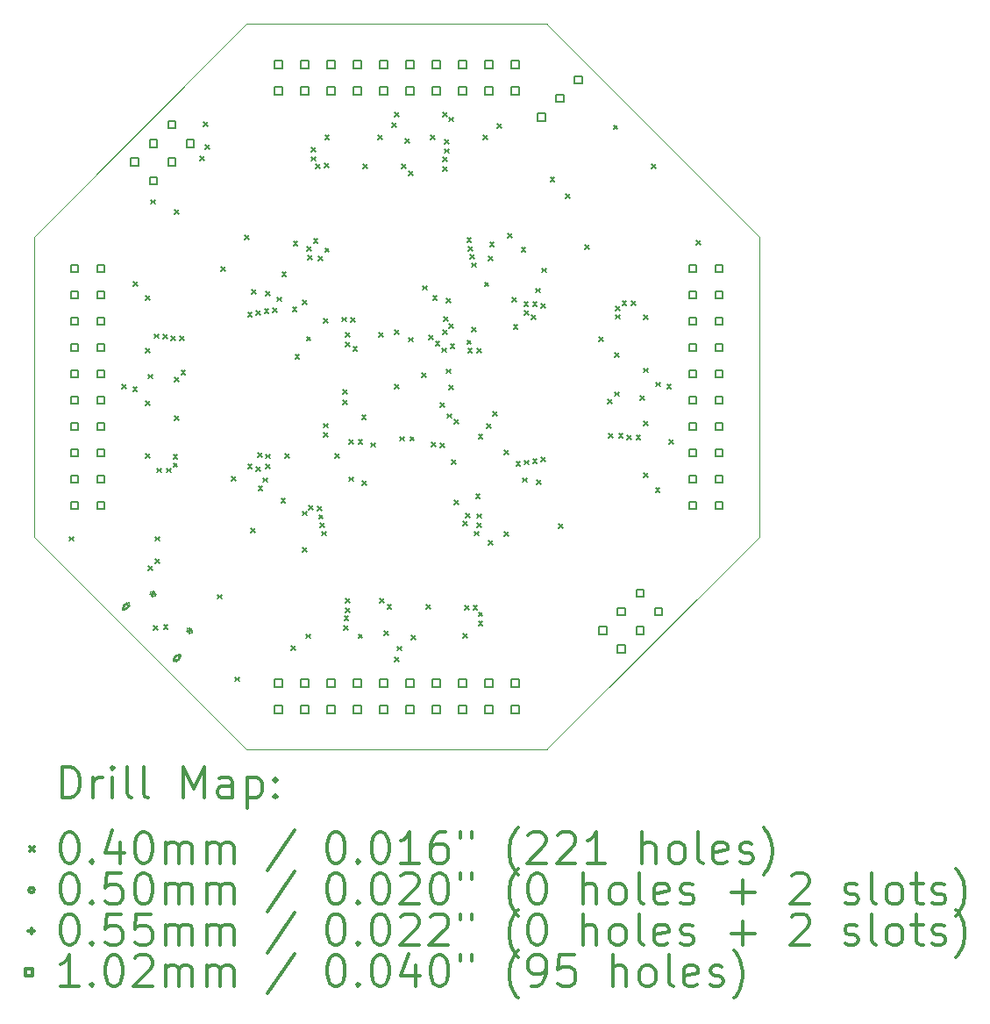
<source format=gbr>
%FSLAX45Y45*%
G04 Gerber Fmt 4.5, Leading zero omitted, Abs format (unit mm)*
G04 Created by KiCad (PCBNEW 4.0.6-e0-6349~53~ubuntu14.04.1) date Fri Mar 31 13:47:01 2017*
%MOMM*%
%LPD*%
G01*
G04 APERTURE LIST*
%ADD10C,0.127000*%
%ADD11C,0.001000*%
%ADD12C,0.200000*%
%ADD13C,0.300000*%
G04 APERTURE END LIST*
D10*
D11*
X-1449746Y3499746D02*
X-3499746Y1449746D01*
X1450000Y3499746D02*
X-1450000Y3499746D01*
X1449746Y-3499746D02*
X3499746Y-1449746D01*
X-1450000Y-3499746D02*
X1450000Y-3499746D01*
X-3499746Y-1449746D02*
X-1449746Y-3499746D01*
X-3499746Y1450000D02*
X-3499746Y-1450000D01*
X3499746Y1449746D02*
X1449746Y3499746D01*
X3499746Y-1450000D02*
X3499746Y1450000D01*
D12*
X-3160000Y-1445000D02*
X-3120000Y-1485000D01*
X-3120000Y-1445000D02*
X-3160000Y-1485000D01*
X-2650000Y20000D02*
X-2610000Y-20000D01*
X-2610000Y20000D02*
X-2650000Y-20000D01*
X-2545000Y-5000D02*
X-2505000Y-45000D01*
X-2505000Y-5000D02*
X-2545000Y-45000D01*
X-2540000Y1015000D02*
X-2500000Y975000D01*
X-2500000Y1015000D02*
X-2540000Y975000D01*
X-2425000Y875000D02*
X-2385000Y835000D01*
X-2385000Y875000D02*
X-2425000Y835000D01*
X-2425000Y370000D02*
X-2385000Y330000D01*
X-2385000Y370000D02*
X-2425000Y330000D01*
X-2425000Y-140000D02*
X-2385000Y-180000D01*
X-2385000Y-140000D02*
X-2425000Y-180000D01*
X-2420000Y-645000D02*
X-2380000Y-685000D01*
X-2380000Y-645000D02*
X-2420000Y-685000D01*
X-2395000Y120000D02*
X-2355000Y80000D01*
X-2355000Y120000D02*
X-2395000Y80000D01*
X-2395000Y-1730000D02*
X-2355000Y-1770000D01*
X-2355000Y-1730000D02*
X-2395000Y-1770000D01*
X-2370000Y1805000D02*
X-2330000Y1765000D01*
X-2330000Y1805000D02*
X-2370000Y1765000D01*
X-2345000Y-2305000D02*
X-2305000Y-2345000D01*
X-2305000Y-2305000D02*
X-2345000Y-2345000D01*
X-2335000Y510000D02*
X-2295000Y470000D01*
X-2295000Y510000D02*
X-2335000Y470000D01*
X-2330000Y-1445000D02*
X-2290000Y-1485000D01*
X-2290000Y-1445000D02*
X-2330000Y-1485000D01*
X-2330000Y-1665000D02*
X-2290000Y-1705000D01*
X-2290000Y-1665000D02*
X-2330000Y-1705000D01*
X-2310000Y-785000D02*
X-2270000Y-825000D01*
X-2270000Y-785000D02*
X-2310000Y-825000D01*
X-2255000Y505000D02*
X-2215000Y465000D01*
X-2215000Y505000D02*
X-2255000Y465000D01*
X-2250000Y-2300000D02*
X-2210000Y-2340000D01*
X-2210000Y-2300000D02*
X-2250000Y-2340000D01*
X-2220000Y-785000D02*
X-2180000Y-825000D01*
X-2180000Y-785000D02*
X-2220000Y-825000D01*
X-2175000Y490000D02*
X-2135000Y450000D01*
X-2135000Y490000D02*
X-2175000Y450000D01*
X-2155000Y-655000D02*
X-2115000Y-695000D01*
X-2115000Y-655000D02*
X-2155000Y-695000D01*
X-2155000Y-735000D02*
X-2115000Y-775000D01*
X-2115000Y-735000D02*
X-2155000Y-775000D01*
X-2145000Y1705000D02*
X-2105000Y1665000D01*
X-2105000Y1705000D02*
X-2145000Y1665000D01*
X-2145000Y90000D02*
X-2105000Y50000D01*
X-2105000Y90000D02*
X-2145000Y50000D01*
X-2145000Y-285000D02*
X-2105000Y-325000D01*
X-2105000Y-285000D02*
X-2145000Y-325000D01*
X-2090000Y490000D02*
X-2050000Y450000D01*
X-2050000Y490000D02*
X-2090000Y450000D01*
X-2080000Y160000D02*
X-2040000Y120000D01*
X-2040000Y160000D02*
X-2080000Y120000D01*
X-1895000Y2225000D02*
X-1855000Y2185000D01*
X-1855000Y2225000D02*
X-1895000Y2185000D01*
X-1865000Y2555000D02*
X-1825000Y2515000D01*
X-1825000Y2555000D02*
X-1865000Y2515000D01*
X-1845000Y2335000D02*
X-1805000Y2295000D01*
X-1805000Y2335000D02*
X-1845000Y2295000D01*
X-1730000Y-2005000D02*
X-1690000Y-2045000D01*
X-1690000Y-2005000D02*
X-1730000Y-2045000D01*
X-1695000Y1160000D02*
X-1655000Y1120000D01*
X-1655000Y1160000D02*
X-1695000Y1120000D01*
X-1595000Y-865000D02*
X-1555000Y-905000D01*
X-1555000Y-865000D02*
X-1595000Y-905000D01*
X-1560000Y-2800000D02*
X-1520000Y-2840000D01*
X-1520000Y-2800000D02*
X-1560000Y-2840000D01*
X-1465000Y1465000D02*
X-1425000Y1425000D01*
X-1425000Y1465000D02*
X-1465000Y1425000D01*
X-1435000Y720000D02*
X-1395000Y680000D01*
X-1395000Y720000D02*
X-1435000Y680000D01*
X-1435000Y-750000D02*
X-1395000Y-790000D01*
X-1395000Y-750000D02*
X-1435000Y-790000D01*
X-1405000Y-1365000D02*
X-1365000Y-1405000D01*
X-1365000Y-1365000D02*
X-1405000Y-1405000D01*
X-1395000Y940000D02*
X-1355000Y900000D01*
X-1355000Y940000D02*
X-1395000Y900000D01*
X-1355000Y735000D02*
X-1315000Y695000D01*
X-1315000Y735000D02*
X-1355000Y695000D01*
X-1355000Y-770000D02*
X-1315000Y-810000D01*
X-1315000Y-770000D02*
X-1355000Y-810000D01*
X-1340000Y-640000D02*
X-1300000Y-680000D01*
X-1300000Y-640000D02*
X-1340000Y-680000D01*
X-1335000Y-960000D02*
X-1295000Y-1000000D01*
X-1295000Y-960000D02*
X-1335000Y-1000000D01*
X-1285000Y-880000D02*
X-1245000Y-920000D01*
X-1245000Y-880000D02*
X-1285000Y-920000D01*
X-1275000Y750000D02*
X-1235000Y710000D01*
X-1235000Y750000D02*
X-1275000Y710000D01*
X-1265000Y920000D02*
X-1225000Y880000D01*
X-1225000Y920000D02*
X-1265000Y880000D01*
X-1265000Y-750000D02*
X-1225000Y-790000D01*
X-1225000Y-750000D02*
X-1265000Y-790000D01*
X-1260000Y-650000D02*
X-1220000Y-690000D01*
X-1220000Y-650000D02*
X-1260000Y-690000D01*
X-1195000Y760000D02*
X-1155000Y720000D01*
X-1155000Y760000D02*
X-1195000Y720000D01*
X-1150000Y865000D02*
X-1110000Y825000D01*
X-1110000Y865000D02*
X-1150000Y825000D01*
X-1115000Y-1075000D02*
X-1075000Y-1115000D01*
X-1075000Y-1075000D02*
X-1115000Y-1115000D01*
X-1105000Y1105000D02*
X-1065000Y1065000D01*
X-1065000Y1105000D02*
X-1105000Y1065000D01*
X-1075000Y-645000D02*
X-1035000Y-685000D01*
X-1035000Y-645000D02*
X-1075000Y-685000D01*
X-1015000Y-2500000D02*
X-975000Y-2540000D01*
X-975000Y-2500000D02*
X-1015000Y-2540000D01*
X-1005000Y765000D02*
X-965000Y725000D01*
X-965000Y765000D02*
X-1005000Y725000D01*
X-995000Y1405000D02*
X-955000Y1365000D01*
X-955000Y1405000D02*
X-995000Y1365000D01*
X-980000Y310000D02*
X-940000Y270000D01*
X-940000Y310000D02*
X-980000Y270000D01*
X-910000Y-1200000D02*
X-870000Y-1240000D01*
X-870000Y-1200000D02*
X-910000Y-1240000D01*
X-905000Y835000D02*
X-865000Y795000D01*
X-865000Y835000D02*
X-905000Y795000D01*
X-905000Y-1555000D02*
X-865000Y-1595000D01*
X-865000Y-1555000D02*
X-905000Y-1595000D01*
X-875000Y-2385000D02*
X-835000Y-2425000D01*
X-835000Y-2385000D02*
X-875000Y-2425000D01*
X-870000Y485000D02*
X-830000Y445000D01*
X-830000Y485000D02*
X-870000Y445000D01*
X-865000Y1350000D02*
X-825000Y1310000D01*
X-825000Y1350000D02*
X-865000Y1310000D01*
X-855000Y1265000D02*
X-815000Y1225000D01*
X-815000Y1265000D02*
X-855000Y1225000D01*
X-845000Y-1145000D02*
X-805000Y-1185000D01*
X-805000Y-1145000D02*
X-845000Y-1185000D01*
X-825000Y2310000D02*
X-785000Y2270000D01*
X-785000Y2310000D02*
X-825000Y2270000D01*
X-825000Y2220000D02*
X-785000Y2180000D01*
X-785000Y2220000D02*
X-825000Y2180000D01*
X-800000Y1430000D02*
X-760000Y1390000D01*
X-760000Y1430000D02*
X-800000Y1390000D01*
X-780000Y2150000D02*
X-740000Y2110000D01*
X-740000Y2150000D02*
X-780000Y2110000D01*
X-765000Y-1155000D02*
X-725000Y-1195000D01*
X-725000Y-1155000D02*
X-765000Y-1195000D01*
X-755000Y1260000D02*
X-715000Y1220000D01*
X-715000Y1260000D02*
X-755000Y1220000D01*
X-750000Y-1235000D02*
X-710000Y-1275000D01*
X-710000Y-1235000D02*
X-750000Y-1275000D01*
X-735000Y-1315000D02*
X-695000Y-1355000D01*
X-695000Y-1315000D02*
X-735000Y-1355000D01*
X-720000Y-1395000D02*
X-680000Y-1435000D01*
X-680000Y-1395000D02*
X-720000Y-1435000D01*
X-705000Y660000D02*
X-665000Y620000D01*
X-665000Y660000D02*
X-705000Y620000D01*
X-705000Y-355000D02*
X-665000Y-395000D01*
X-665000Y-355000D02*
X-705000Y-395000D01*
X-705000Y-445000D02*
X-665000Y-485000D01*
X-665000Y-445000D02*
X-705000Y-485000D01*
X-695000Y2155000D02*
X-655000Y2115000D01*
X-655000Y2155000D02*
X-695000Y2115000D01*
X-690000Y2425000D02*
X-650000Y2385000D01*
X-650000Y2425000D02*
X-690000Y2385000D01*
X-690000Y1340000D02*
X-650000Y1300000D01*
X-650000Y1340000D02*
X-690000Y1300000D01*
X-595000Y-645000D02*
X-555000Y-685000D01*
X-555000Y-645000D02*
X-595000Y-685000D01*
X-525000Y670000D02*
X-485000Y630000D01*
X-485000Y670000D02*
X-525000Y630000D01*
X-520000Y-30000D02*
X-480000Y-70000D01*
X-480000Y-30000D02*
X-520000Y-70000D01*
X-520000Y-130000D02*
X-480000Y-170000D01*
X-480000Y-130000D02*
X-520000Y-170000D01*
X-510000Y-2305000D02*
X-470000Y-2345000D01*
X-470000Y-2305000D02*
X-510000Y-2345000D01*
X-505000Y-2215000D02*
X-465000Y-2255000D01*
X-465000Y-2215000D02*
X-505000Y-2255000D01*
X-495000Y430000D02*
X-455000Y390000D01*
X-455000Y430000D02*
X-495000Y390000D01*
X-490000Y525000D02*
X-450000Y485000D01*
X-450000Y525000D02*
X-490000Y485000D01*
X-490000Y-2045000D02*
X-450000Y-2085000D01*
X-450000Y-2045000D02*
X-490000Y-2085000D01*
X-490000Y-2135000D02*
X-450000Y-2175000D01*
X-450000Y-2135000D02*
X-490000Y-2175000D01*
X-460000Y-510000D02*
X-420000Y-550000D01*
X-420000Y-510000D02*
X-460000Y-550000D01*
X-460000Y-870000D02*
X-420000Y-910000D01*
X-420000Y-870000D02*
X-460000Y-910000D01*
X-440000Y665000D02*
X-400000Y625000D01*
X-400000Y665000D02*
X-440000Y625000D01*
X-420000Y385000D02*
X-380000Y345000D01*
X-380000Y385000D02*
X-420000Y345000D01*
X-370000Y-510000D02*
X-330000Y-550000D01*
X-330000Y-510000D02*
X-370000Y-550000D01*
X-370000Y-2385000D02*
X-330000Y-2425000D01*
X-330000Y-2385000D02*
X-370000Y-2425000D01*
X-335000Y-275000D02*
X-295000Y-315000D01*
X-295000Y-275000D02*
X-335000Y-315000D01*
X-330000Y-910000D02*
X-290000Y-950000D01*
X-290000Y-910000D02*
X-330000Y-950000D01*
X-325000Y2145000D02*
X-285000Y2105000D01*
X-285000Y2145000D02*
X-325000Y2105000D01*
X-245000Y-540000D02*
X-205000Y-580000D01*
X-205000Y-540000D02*
X-245000Y-580000D01*
X-180000Y2425000D02*
X-140000Y2385000D01*
X-140000Y2425000D02*
X-180000Y2385000D01*
X-170000Y520000D02*
X-130000Y480000D01*
X-130000Y520000D02*
X-170000Y480000D01*
X-160000Y-2040000D02*
X-120000Y-2080000D01*
X-120000Y-2040000D02*
X-160000Y-2080000D01*
X-120000Y-2355000D02*
X-80000Y-2395000D01*
X-80000Y-2355000D02*
X-120000Y-2395000D01*
X-90000Y-2100000D02*
X-50000Y-2140000D01*
X-50000Y-2100000D02*
X-90000Y-2140000D01*
X-45000Y2545000D02*
X-5000Y2505000D01*
X-5000Y2545000D02*
X-45000Y2505000D01*
X-20000Y2650000D02*
X20000Y2610000D01*
X20000Y2650000D02*
X-20000Y2610000D01*
X-20000Y20000D02*
X20000Y-20000D01*
X20000Y20000D02*
X-20000Y-20000D01*
X-20000Y-2610000D02*
X20000Y-2650000D01*
X20000Y-2610000D02*
X-20000Y-2650000D01*
X-15000Y545000D02*
X25000Y505000D01*
X25000Y545000D02*
X-15000Y505000D01*
X5000Y-2505000D02*
X45000Y-2545000D01*
X45000Y-2505000D02*
X5000Y-2545000D01*
X30000Y-480000D02*
X70000Y-520000D01*
X70000Y-480000D02*
X30000Y-520000D01*
X50000Y2145000D02*
X90000Y2105000D01*
X90000Y2145000D02*
X50000Y2105000D01*
X85000Y2395000D02*
X125000Y2355000D01*
X125000Y2395000D02*
X85000Y2355000D01*
X115000Y475000D02*
X155000Y435000D01*
X155000Y475000D02*
X115000Y435000D01*
X120000Y2080000D02*
X160000Y2040000D01*
X160000Y2080000D02*
X120000Y2040000D01*
X130000Y-480000D02*
X170000Y-520000D01*
X170000Y-480000D02*
X130000Y-520000D01*
X140000Y-2400000D02*
X180000Y-2440000D01*
X180000Y-2400000D02*
X140000Y-2440000D01*
X245000Y135000D02*
X285000Y95000D01*
X285000Y135000D02*
X245000Y95000D01*
X255000Y975000D02*
X295000Y935000D01*
X295000Y975000D02*
X255000Y935000D01*
X285000Y-2105000D02*
X325000Y-2145000D01*
X325000Y-2105000D02*
X285000Y-2145000D01*
X315000Y495000D02*
X355000Y455000D01*
X355000Y495000D02*
X315000Y455000D01*
X330000Y2425000D02*
X370000Y2385000D01*
X370000Y2425000D02*
X330000Y2385000D01*
X335000Y-535000D02*
X375000Y-575000D01*
X375000Y-535000D02*
X335000Y-575000D01*
X350000Y880000D02*
X390000Y840000D01*
X390000Y880000D02*
X350000Y840000D01*
X375000Y435000D02*
X415000Y395000D01*
X415000Y435000D02*
X375000Y395000D01*
X420000Y-545000D02*
X460000Y-585000D01*
X460000Y-545000D02*
X420000Y-585000D01*
X425000Y-155000D02*
X465000Y-195000D01*
X465000Y-155000D02*
X425000Y-195000D01*
X440000Y375000D02*
X480000Y335000D01*
X480000Y375000D02*
X440000Y335000D01*
X445000Y2650000D02*
X485000Y2610000D01*
X485000Y2650000D02*
X445000Y2610000D01*
X450000Y2215000D02*
X490000Y2175000D01*
X490000Y2215000D02*
X450000Y2175000D01*
X450000Y2125000D02*
X490000Y2085000D01*
X490000Y2125000D02*
X450000Y2085000D01*
X450000Y545000D02*
X490000Y505000D01*
X490000Y545000D02*
X450000Y505000D01*
X455000Y675000D02*
X495000Y635000D01*
X495000Y675000D02*
X455000Y635000D01*
X465000Y2385000D02*
X505000Y2345000D01*
X505000Y2385000D02*
X465000Y2345000D01*
X465000Y2295000D02*
X505000Y2255000D01*
X505000Y2295000D02*
X465000Y2255000D01*
X480000Y850000D02*
X520000Y810000D01*
X520000Y850000D02*
X480000Y810000D01*
X480000Y170000D02*
X520000Y130000D01*
X520000Y170000D02*
X480000Y130000D01*
X490000Y-260000D02*
X530000Y-300000D01*
X530000Y-260000D02*
X490000Y-300000D01*
X505000Y610000D02*
X545000Y570000D01*
X545000Y610000D02*
X505000Y570000D01*
X505000Y15000D02*
X545000Y-25000D01*
X545000Y15000D02*
X505000Y-25000D01*
X510000Y2600000D02*
X550000Y2560000D01*
X550000Y2600000D02*
X510000Y2560000D01*
X520000Y415000D02*
X560000Y375000D01*
X560000Y415000D02*
X520000Y375000D01*
X535000Y-705000D02*
X575000Y-745000D01*
X575000Y-705000D02*
X535000Y-745000D01*
X555000Y-315000D02*
X595000Y-355000D01*
X595000Y-315000D02*
X555000Y-355000D01*
X560000Y-1095000D02*
X600000Y-1135000D01*
X600000Y-1095000D02*
X560000Y-1135000D01*
X645000Y-1300000D02*
X685000Y-1340000D01*
X685000Y-1300000D02*
X645000Y-1340000D01*
X645000Y-2380000D02*
X685000Y-2420000D01*
X685000Y-2380000D02*
X645000Y-2420000D01*
X660000Y-2110000D02*
X700000Y-2150000D01*
X700000Y-2110000D02*
X660000Y-2150000D01*
X665000Y-1220000D02*
X705000Y-1260000D01*
X705000Y-1220000D02*
X665000Y-1260000D01*
X680000Y1435000D02*
X720000Y1395000D01*
X720000Y1435000D02*
X680000Y1395000D01*
X680000Y450000D02*
X720000Y410000D01*
X720000Y450000D02*
X680000Y410000D01*
X690000Y370000D02*
X730000Y330000D01*
X730000Y370000D02*
X690000Y330000D01*
X695000Y1355000D02*
X735000Y1315000D01*
X735000Y1355000D02*
X695000Y1315000D01*
X710000Y1275000D02*
X750000Y1235000D01*
X750000Y1275000D02*
X710000Y1235000D01*
X725000Y1195000D02*
X765000Y1155000D01*
X765000Y1195000D02*
X725000Y1155000D01*
X725000Y575000D02*
X765000Y535000D01*
X765000Y575000D02*
X725000Y535000D01*
X740000Y-2110000D02*
X780000Y-2150000D01*
X780000Y-2110000D02*
X740000Y-2150000D01*
X755000Y-1395000D02*
X795000Y-1435000D01*
X795000Y-1395000D02*
X755000Y-1435000D01*
X765000Y-1035000D02*
X805000Y-1075000D01*
X805000Y-1035000D02*
X765000Y-1075000D01*
X775000Y-1225000D02*
X815000Y-1265000D01*
X815000Y-1225000D02*
X775000Y-1265000D01*
X775000Y-1315000D02*
X815000Y-1355000D01*
X815000Y-1315000D02*
X775000Y-1355000D01*
X780000Y370000D02*
X820000Y330000D01*
X820000Y370000D02*
X780000Y330000D01*
X790000Y-460000D02*
X830000Y-500000D01*
X830000Y-460000D02*
X790000Y-500000D01*
X790000Y-2175000D02*
X830000Y-2215000D01*
X830000Y-2175000D02*
X790000Y-2215000D01*
X790000Y-2265000D02*
X830000Y-2305000D01*
X830000Y-2265000D02*
X790000Y-2305000D01*
X835000Y2425000D02*
X875000Y2385000D01*
X875000Y2425000D02*
X835000Y2385000D01*
X850000Y1010000D02*
X890000Y970000D01*
X890000Y1010000D02*
X850000Y970000D01*
X870000Y-360000D02*
X910000Y-400000D01*
X910000Y-360000D02*
X870000Y-400000D01*
X885000Y1260000D02*
X925000Y1220000D01*
X925000Y1260000D02*
X885000Y1220000D01*
X885000Y-1485000D02*
X925000Y-1525000D01*
X925000Y-1485000D02*
X885000Y-1525000D01*
X900000Y1395000D02*
X940000Y1355000D01*
X940000Y1395000D02*
X900000Y1355000D01*
X930000Y-240000D02*
X970000Y-280000D01*
X970000Y-240000D02*
X930000Y-280000D01*
X975000Y2535000D02*
X1015000Y2495000D01*
X1015000Y2535000D02*
X975000Y2495000D01*
X1040000Y-615000D02*
X1080000Y-655000D01*
X1080000Y-615000D02*
X1040000Y-655000D01*
X1040000Y-1400000D02*
X1080000Y-1440000D01*
X1080000Y-1400000D02*
X1040000Y-1440000D01*
X1075000Y1480000D02*
X1115000Y1440000D01*
X1115000Y1480000D02*
X1075000Y1440000D01*
X1115000Y860000D02*
X1155000Y820000D01*
X1155000Y860000D02*
X1115000Y820000D01*
X1130000Y600000D02*
X1170000Y560000D01*
X1170000Y600000D02*
X1130000Y560000D01*
X1155000Y-725000D02*
X1195000Y-765000D01*
X1195000Y-725000D02*
X1155000Y-765000D01*
X1205000Y1345000D02*
X1245000Y1305000D01*
X1245000Y1345000D02*
X1205000Y1305000D01*
X1220000Y-880000D02*
X1260000Y-920000D01*
X1260000Y-880000D02*
X1220000Y-920000D01*
X1230000Y820000D02*
X1270000Y780000D01*
X1270000Y820000D02*
X1230000Y780000D01*
X1235000Y735000D02*
X1275000Y695000D01*
X1275000Y735000D02*
X1235000Y695000D01*
X1235000Y-710000D02*
X1275000Y-750000D01*
X1275000Y-710000D02*
X1235000Y-750000D01*
X1300000Y690000D02*
X1340000Y650000D01*
X1340000Y690000D02*
X1300000Y650000D01*
X1315000Y820000D02*
X1355000Y780000D01*
X1355000Y820000D02*
X1315000Y780000D01*
X1315000Y-695000D02*
X1355000Y-735000D01*
X1355000Y-695000D02*
X1315000Y-735000D01*
X1345000Y950000D02*
X1385000Y910000D01*
X1385000Y950000D02*
X1345000Y910000D01*
X1355000Y-900000D02*
X1395000Y-940000D01*
X1395000Y-900000D02*
X1355000Y-940000D01*
X1395000Y800000D02*
X1435000Y760000D01*
X1435000Y800000D02*
X1395000Y760000D01*
X1395000Y-680000D02*
X1435000Y-720000D01*
X1435000Y-680000D02*
X1395000Y-720000D01*
X1405000Y1145000D02*
X1445000Y1105000D01*
X1445000Y1145000D02*
X1405000Y1105000D01*
X1485000Y2020000D02*
X1525000Y1980000D01*
X1525000Y2020000D02*
X1485000Y1980000D01*
X1565000Y-1325000D02*
X1605000Y-1365000D01*
X1605000Y-1325000D02*
X1565000Y-1365000D01*
X1630000Y1860000D02*
X1670000Y1820000D01*
X1670000Y1860000D02*
X1630000Y1820000D01*
X1820000Y1370000D02*
X1860000Y1330000D01*
X1860000Y1370000D02*
X1820000Y1330000D01*
X1955000Y480000D02*
X1995000Y440000D01*
X1995000Y480000D02*
X1955000Y440000D01*
X2040000Y-120000D02*
X2080000Y-160000D01*
X2080000Y-120000D02*
X2040000Y-160000D01*
X2050000Y-450000D02*
X2090000Y-490000D01*
X2090000Y-450000D02*
X2050000Y-490000D01*
X2095000Y2525000D02*
X2135000Y2485000D01*
X2135000Y2525000D02*
X2095000Y2485000D01*
X2105000Y325000D02*
X2145000Y285000D01*
X2145000Y325000D02*
X2105000Y285000D01*
X2105000Y-50000D02*
X2145000Y-90000D01*
X2145000Y-50000D02*
X2105000Y-90000D01*
X2115000Y775000D02*
X2155000Y735000D01*
X2155000Y775000D02*
X2115000Y735000D01*
X2115000Y695000D02*
X2155000Y655000D01*
X2155000Y695000D02*
X2115000Y655000D01*
X2145000Y-450000D02*
X2185000Y-490000D01*
X2185000Y-450000D02*
X2145000Y-490000D01*
X2180000Y825000D02*
X2220000Y785000D01*
X2220000Y825000D02*
X2180000Y785000D01*
X2225000Y-470000D02*
X2265000Y-510000D01*
X2265000Y-470000D02*
X2225000Y-510000D01*
X2270000Y825000D02*
X2310000Y785000D01*
X2310000Y825000D02*
X2270000Y785000D01*
X2315000Y-470000D02*
X2355000Y-510000D01*
X2355000Y-470000D02*
X2315000Y-510000D01*
X2355000Y-85000D02*
X2395000Y-125000D01*
X2395000Y-85000D02*
X2355000Y-125000D01*
X2385000Y690000D02*
X2425000Y650000D01*
X2425000Y690000D02*
X2385000Y650000D01*
X2385000Y180000D02*
X2425000Y140000D01*
X2425000Y180000D02*
X2385000Y140000D01*
X2385000Y-330000D02*
X2425000Y-370000D01*
X2425000Y-330000D02*
X2385000Y-370000D01*
X2385000Y-835000D02*
X2425000Y-875000D01*
X2425000Y-835000D02*
X2385000Y-875000D01*
X2460000Y2150000D02*
X2500000Y2110000D01*
X2500000Y2150000D02*
X2460000Y2110000D01*
X2500000Y-975000D02*
X2540000Y-1015000D01*
X2540000Y-975000D02*
X2500000Y-1015000D01*
X2505000Y45000D02*
X2545000Y5000D01*
X2545000Y45000D02*
X2505000Y5000D01*
X2610000Y20000D02*
X2650000Y-20000D01*
X2650000Y20000D02*
X2610000Y-20000D01*
X2630000Y-510000D02*
X2670000Y-550000D01*
X2670000Y-510000D02*
X2630000Y-550000D01*
X2895000Y1410000D02*
X2935000Y1370000D01*
X2935000Y1410000D02*
X2895000Y1370000D01*
X-2588854Y-2119007D02*
G75*
G03X-2588854Y-2119007I-25000J0D01*
G01*
X-2626229Y-2152594D02*
X-2580267Y-2106632D01*
X-2647442Y-2131381D02*
X-2601480Y-2085419D01*
X-2580267Y-2106632D02*
G75*
G03X-2601480Y-2085419I-10607J10607D01*
G01*
X-2647442Y-2131381D02*
G75*
G03X-2626229Y-2152594I10607J-10607D01*
G01*
X-2093880Y-2613982D02*
G75*
G03X-2093880Y-2613982I-25000J0D01*
G01*
X-2131254Y-2647569D02*
X-2085292Y-2601607D01*
X-2152467Y-2626356D02*
X-2106505Y-2580394D01*
X-2085292Y-2601607D02*
G75*
G03X-2106505Y-2580394I-10607J10607D01*
G01*
X-2152467Y-2626356D02*
G75*
G03X-2131254Y-2647569I10607J-10607D01*
G01*
X-2352225Y-1971299D02*
X-2352225Y-2026299D01*
X-2379725Y-1998799D02*
X-2324725Y-1998799D01*
X-2375206Y-2000566D02*
X-2353993Y-2021780D01*
X-2350457Y-1975818D02*
X-2329244Y-1997031D01*
X-2353993Y-2021780D02*
G75*
G03X-2329244Y-1997031I12374J12374D01*
G01*
X-2350457Y-1975818D02*
G75*
G03X-2375206Y-2000566I-12374J-12374D01*
G01*
X-1998671Y-2324852D02*
X-1998671Y-2379852D01*
X-2026171Y-2352352D02*
X-1971171Y-2352352D01*
X-2021652Y-2354120D02*
X-2000439Y-2375333D01*
X-1996904Y-2329371D02*
X-1975690Y-2350584D01*
X-2000439Y-2375333D02*
G75*
G03X-1975690Y-2350584I12374J12374D01*
G01*
X-1996904Y-2329371D02*
G75*
G03X-2021652Y-2354120I-12374J-12374D01*
G01*
X-3075579Y1107079D02*
X-3075579Y1178921D01*
X-3147421Y1178921D01*
X-3147421Y1107079D01*
X-3075579Y1107079D01*
X-3075579Y853079D02*
X-3075579Y924921D01*
X-3147421Y924921D01*
X-3147421Y853079D01*
X-3075579Y853079D01*
X-3075579Y599079D02*
X-3075579Y670921D01*
X-3147421Y670921D01*
X-3147421Y599079D01*
X-3075579Y599079D01*
X-3075579Y345079D02*
X-3075579Y416921D01*
X-3147421Y416921D01*
X-3147421Y345079D01*
X-3075579Y345079D01*
X-3075579Y91079D02*
X-3075579Y162921D01*
X-3147421Y162921D01*
X-3147421Y91079D01*
X-3075579Y91079D01*
X-3075579Y-162921D02*
X-3075579Y-91079D01*
X-3147421Y-91079D01*
X-3147421Y-162921D01*
X-3075579Y-162921D01*
X-3075579Y-416921D02*
X-3075579Y-345079D01*
X-3147421Y-345079D01*
X-3147421Y-416921D01*
X-3075579Y-416921D01*
X-3075579Y-670921D02*
X-3075579Y-599079D01*
X-3147421Y-599079D01*
X-3147421Y-670921D01*
X-3075579Y-670921D01*
X-3075579Y-924921D02*
X-3075579Y-853079D01*
X-3147421Y-853079D01*
X-3147421Y-924921D01*
X-3075579Y-924921D01*
X-3075579Y-1178921D02*
X-3075579Y-1107079D01*
X-3147421Y-1107079D01*
X-3147421Y-1178921D01*
X-3075579Y-1178921D01*
X-2821579Y1107079D02*
X-2821579Y1178921D01*
X-2893421Y1178921D01*
X-2893421Y1107079D01*
X-2821579Y1107079D01*
X-2821579Y853079D02*
X-2821579Y924921D01*
X-2893421Y924921D01*
X-2893421Y853079D01*
X-2821579Y853079D01*
X-2821579Y599079D02*
X-2821579Y670921D01*
X-2893421Y670921D01*
X-2893421Y599079D01*
X-2821579Y599079D01*
X-2821579Y345079D02*
X-2821579Y416921D01*
X-2893421Y416921D01*
X-2893421Y345079D01*
X-2821579Y345079D01*
X-2821579Y91079D02*
X-2821579Y162921D01*
X-2893421Y162921D01*
X-2893421Y91079D01*
X-2821579Y91079D01*
X-2821579Y-162921D02*
X-2821579Y-91079D01*
X-2893421Y-91079D01*
X-2893421Y-162921D01*
X-2821579Y-162921D01*
X-2821579Y-416921D02*
X-2821579Y-345079D01*
X-2893421Y-345079D01*
X-2893421Y-416921D01*
X-2821579Y-416921D01*
X-2821579Y-670921D02*
X-2821579Y-599079D01*
X-2893421Y-599079D01*
X-2893421Y-670921D01*
X-2821579Y-670921D01*
X-2821579Y-924921D02*
X-2821579Y-853079D01*
X-2893421Y-853079D01*
X-2893421Y-924921D01*
X-2821579Y-924921D01*
X-2821579Y-1178921D02*
X-2821579Y-1107079D01*
X-2893421Y-1107079D01*
X-2893421Y-1178921D01*
X-2821579Y-1178921D01*
X-2493079Y2134079D02*
X-2493079Y2205921D01*
X-2564921Y2205921D01*
X-2564921Y2134079D01*
X-2493079Y2134079D01*
X-2313474Y2313684D02*
X-2313474Y2385527D01*
X-2385316Y2385527D01*
X-2385316Y2313684D01*
X-2313474Y2313684D01*
X-2313474Y1954473D02*
X-2313474Y2026316D01*
X-2385316Y2026316D01*
X-2385316Y1954473D01*
X-2313474Y1954473D01*
X-2133868Y2493289D02*
X-2133868Y2565132D01*
X-2205711Y2565132D01*
X-2205711Y2493289D01*
X-2133868Y2493289D01*
X-2133868Y2134079D02*
X-2133868Y2205921D01*
X-2205711Y2205921D01*
X-2205711Y2134079D01*
X-2133868Y2134079D01*
X-1954263Y2313684D02*
X-1954263Y2385527D01*
X-2026106Y2385527D01*
X-2026106Y2313684D01*
X-1954263Y2313684D01*
X-1107079Y3075579D02*
X-1107079Y3147421D01*
X-1178921Y3147421D01*
X-1178921Y3075579D01*
X-1107079Y3075579D01*
X-1107079Y2821579D02*
X-1107079Y2893421D01*
X-1178921Y2893421D01*
X-1178921Y2821579D01*
X-1107079Y2821579D01*
X-1107079Y-2893421D02*
X-1107079Y-2821579D01*
X-1178921Y-2821579D01*
X-1178921Y-2893421D01*
X-1107079Y-2893421D01*
X-1107079Y-3147421D02*
X-1107079Y-3075579D01*
X-1178921Y-3075579D01*
X-1178921Y-3147421D01*
X-1107079Y-3147421D01*
X-853079Y3075579D02*
X-853079Y3147421D01*
X-924921Y3147421D01*
X-924921Y3075579D01*
X-853079Y3075579D01*
X-853079Y2821579D02*
X-853079Y2893421D01*
X-924921Y2893421D01*
X-924921Y2821579D01*
X-853079Y2821579D01*
X-853079Y-2893421D02*
X-853079Y-2821579D01*
X-924921Y-2821579D01*
X-924921Y-2893421D01*
X-853079Y-2893421D01*
X-853079Y-3147421D02*
X-853079Y-3075579D01*
X-924921Y-3075579D01*
X-924921Y-3147421D01*
X-853079Y-3147421D01*
X-599079Y3075579D02*
X-599079Y3147421D01*
X-670921Y3147421D01*
X-670921Y3075579D01*
X-599079Y3075579D01*
X-599079Y2821579D02*
X-599079Y2893421D01*
X-670921Y2893421D01*
X-670921Y2821579D01*
X-599079Y2821579D01*
X-599079Y-2893421D02*
X-599079Y-2821579D01*
X-670921Y-2821579D01*
X-670921Y-2893421D01*
X-599079Y-2893421D01*
X-599079Y-3147421D02*
X-599079Y-3075579D01*
X-670921Y-3075579D01*
X-670921Y-3147421D01*
X-599079Y-3147421D01*
X-345079Y3075579D02*
X-345079Y3147421D01*
X-416921Y3147421D01*
X-416921Y3075579D01*
X-345079Y3075579D01*
X-345079Y2821579D02*
X-345079Y2893421D01*
X-416921Y2893421D01*
X-416921Y2821579D01*
X-345079Y2821579D01*
X-345079Y-2893421D02*
X-345079Y-2821579D01*
X-416921Y-2821579D01*
X-416921Y-2893421D01*
X-345079Y-2893421D01*
X-345079Y-3147421D02*
X-345079Y-3075579D01*
X-416921Y-3075579D01*
X-416921Y-3147421D01*
X-345079Y-3147421D01*
X-91079Y3075579D02*
X-91079Y3147421D01*
X-162921Y3147421D01*
X-162921Y3075579D01*
X-91079Y3075579D01*
X-91079Y2821579D02*
X-91079Y2893421D01*
X-162921Y2893421D01*
X-162921Y2821579D01*
X-91079Y2821579D01*
X-91079Y-2893421D02*
X-91079Y-2821579D01*
X-162921Y-2821579D01*
X-162921Y-2893421D01*
X-91079Y-2893421D01*
X-91079Y-3147421D02*
X-91079Y-3075579D01*
X-162921Y-3075579D01*
X-162921Y-3147421D01*
X-91079Y-3147421D01*
X162921Y3075579D02*
X162921Y3147421D01*
X91079Y3147421D01*
X91079Y3075579D01*
X162921Y3075579D01*
X162921Y2821579D02*
X162921Y2893421D01*
X91079Y2893421D01*
X91079Y2821579D01*
X162921Y2821579D01*
X162921Y-2893421D02*
X162921Y-2821579D01*
X91079Y-2821579D01*
X91079Y-2893421D01*
X162921Y-2893421D01*
X162921Y-3147421D02*
X162921Y-3075579D01*
X91079Y-3075579D01*
X91079Y-3147421D01*
X162921Y-3147421D01*
X416921Y3075579D02*
X416921Y3147421D01*
X345079Y3147421D01*
X345079Y3075579D01*
X416921Y3075579D01*
X416921Y2821579D02*
X416921Y2893421D01*
X345079Y2893421D01*
X345079Y2821579D01*
X416921Y2821579D01*
X416921Y-2893421D02*
X416921Y-2821579D01*
X345079Y-2821579D01*
X345079Y-2893421D01*
X416921Y-2893421D01*
X416921Y-3147421D02*
X416921Y-3075579D01*
X345079Y-3075579D01*
X345079Y-3147421D01*
X416921Y-3147421D01*
X670921Y3075579D02*
X670921Y3147421D01*
X599079Y3147421D01*
X599079Y3075579D01*
X670921Y3075579D01*
X670921Y2821579D02*
X670921Y2893421D01*
X599079Y2893421D01*
X599079Y2821579D01*
X670921Y2821579D01*
X670921Y-2893421D02*
X670921Y-2821579D01*
X599079Y-2821579D01*
X599079Y-2893421D01*
X670921Y-2893421D01*
X670921Y-3147421D02*
X670921Y-3075579D01*
X599079Y-3075579D01*
X599079Y-3147421D01*
X670921Y-3147421D01*
X924921Y3075579D02*
X924921Y3147421D01*
X853079Y3147421D01*
X853079Y3075579D01*
X924921Y3075579D01*
X924921Y2821579D02*
X924921Y2893421D01*
X853079Y2893421D01*
X853079Y2821579D01*
X924921Y2821579D01*
X924921Y-2893421D02*
X924921Y-2821579D01*
X853079Y-2821579D01*
X853079Y-2893421D01*
X924921Y-2893421D01*
X924921Y-3147421D02*
X924921Y-3075579D01*
X853079Y-3075579D01*
X853079Y-3147421D01*
X924921Y-3147421D01*
X1178921Y3075579D02*
X1178921Y3147421D01*
X1107079Y3147421D01*
X1107079Y3075579D01*
X1178921Y3075579D01*
X1178921Y2821579D02*
X1178921Y2893421D01*
X1107079Y2893421D01*
X1107079Y2821579D01*
X1178921Y2821579D01*
X1178921Y-2893421D02*
X1178921Y-2821579D01*
X1107079Y-2821579D01*
X1107079Y-2893421D01*
X1178921Y-2893421D01*
X1178921Y-3147421D02*
X1178921Y-3075579D01*
X1107079Y-3075579D01*
X1107079Y-3147421D01*
X1178921Y-3147421D01*
X1432921Y2567579D02*
X1432921Y2639421D01*
X1361079Y2639421D01*
X1361079Y2567579D01*
X1432921Y2567579D01*
X1612526Y2747184D02*
X1612526Y2819026D01*
X1540684Y2819026D01*
X1540684Y2747184D01*
X1612526Y2747184D01*
X1792132Y2926789D02*
X1792132Y2998632D01*
X1720289Y2998632D01*
X1720289Y2926789D01*
X1792132Y2926789D01*
X2026106Y-2385527D02*
X2026106Y-2313684D01*
X1954263Y-2313684D01*
X1954263Y-2385527D01*
X2026106Y-2385527D01*
X2205711Y-2205921D02*
X2205711Y-2134079D01*
X2133868Y-2134079D01*
X2133868Y-2205921D01*
X2205711Y-2205921D01*
X2205711Y-2565132D02*
X2205711Y-2493289D01*
X2133868Y-2493289D01*
X2133868Y-2565132D01*
X2205711Y-2565132D01*
X2385316Y-2026316D02*
X2385316Y-1954473D01*
X2313474Y-1954473D01*
X2313474Y-2026316D01*
X2385316Y-2026316D01*
X2385316Y-2385527D02*
X2385316Y-2313684D01*
X2313474Y-2313684D01*
X2313474Y-2385527D01*
X2385316Y-2385527D01*
X2564921Y-2205921D02*
X2564921Y-2134079D01*
X2493079Y-2134079D01*
X2493079Y-2205921D01*
X2564921Y-2205921D01*
X2893421Y1107079D02*
X2893421Y1178921D01*
X2821579Y1178921D01*
X2821579Y1107079D01*
X2893421Y1107079D01*
X2893421Y853079D02*
X2893421Y924921D01*
X2821579Y924921D01*
X2821579Y853079D01*
X2893421Y853079D01*
X2893421Y599079D02*
X2893421Y670921D01*
X2821579Y670921D01*
X2821579Y599079D01*
X2893421Y599079D01*
X2893421Y345079D02*
X2893421Y416921D01*
X2821579Y416921D01*
X2821579Y345079D01*
X2893421Y345079D01*
X2893421Y91079D02*
X2893421Y162921D01*
X2821579Y162921D01*
X2821579Y91079D01*
X2893421Y91079D01*
X2893421Y-162921D02*
X2893421Y-91079D01*
X2821579Y-91079D01*
X2821579Y-162921D01*
X2893421Y-162921D01*
X2893421Y-416921D02*
X2893421Y-345079D01*
X2821579Y-345079D01*
X2821579Y-416921D01*
X2893421Y-416921D01*
X2893421Y-670921D02*
X2893421Y-599079D01*
X2821579Y-599079D01*
X2821579Y-670921D01*
X2893421Y-670921D01*
X2893421Y-924921D02*
X2893421Y-853079D01*
X2821579Y-853079D01*
X2821579Y-924921D01*
X2893421Y-924921D01*
X2893421Y-1178921D02*
X2893421Y-1107079D01*
X2821579Y-1107079D01*
X2821579Y-1178921D01*
X2893421Y-1178921D01*
X3147421Y1107079D02*
X3147421Y1178921D01*
X3075579Y1178921D01*
X3075579Y1107079D01*
X3147421Y1107079D01*
X3147421Y853079D02*
X3147421Y924921D01*
X3075579Y924921D01*
X3075579Y853079D01*
X3147421Y853079D01*
X3147421Y599079D02*
X3147421Y670921D01*
X3075579Y670921D01*
X3075579Y599079D01*
X3147421Y599079D01*
X3147421Y345079D02*
X3147421Y416921D01*
X3075579Y416921D01*
X3075579Y345079D01*
X3147421Y345079D01*
X3147421Y91079D02*
X3147421Y162921D01*
X3075579Y162921D01*
X3075579Y91079D01*
X3147421Y91079D01*
X3147421Y-162921D02*
X3147421Y-91079D01*
X3075579Y-91079D01*
X3075579Y-162921D01*
X3147421Y-162921D01*
X3147421Y-416921D02*
X3147421Y-345079D01*
X3075579Y-345079D01*
X3075579Y-416921D01*
X3147421Y-416921D01*
X3147421Y-670921D02*
X3147421Y-599079D01*
X3075579Y-599079D01*
X3075579Y-670921D01*
X3147421Y-670921D01*
X3147421Y-924921D02*
X3147421Y-853079D01*
X3075579Y-853079D01*
X3075579Y-924921D01*
X3147421Y-924921D01*
X3147421Y-1178921D02*
X3147421Y-1107079D01*
X3075579Y-1107079D01*
X3075579Y-1178921D01*
X3147421Y-1178921D01*
D13*
X-3228367Y-3965510D02*
X-3228367Y-3665510D01*
X-3156939Y-3665510D01*
X-3114082Y-3679796D01*
X-3085510Y-3708367D01*
X-3071225Y-3736939D01*
X-3056939Y-3794082D01*
X-3056939Y-3836939D01*
X-3071225Y-3894082D01*
X-3085510Y-3922653D01*
X-3114082Y-3951225D01*
X-3156939Y-3965510D01*
X-3228367Y-3965510D01*
X-2928367Y-3965510D02*
X-2928367Y-3765510D01*
X-2928367Y-3822653D02*
X-2914082Y-3794082D01*
X-2899796Y-3779796D01*
X-2871225Y-3765510D01*
X-2842653Y-3765510D01*
X-2742653Y-3965510D02*
X-2742653Y-3765510D01*
X-2742653Y-3665510D02*
X-2756939Y-3679796D01*
X-2742653Y-3694082D01*
X-2728368Y-3679796D01*
X-2742653Y-3665510D01*
X-2742653Y-3694082D01*
X-2556939Y-3965510D02*
X-2585510Y-3951225D01*
X-2599796Y-3922653D01*
X-2599796Y-3665510D01*
X-2399796Y-3965510D02*
X-2428368Y-3951225D01*
X-2442653Y-3922653D01*
X-2442653Y-3665510D01*
X-2056939Y-3965510D02*
X-2056939Y-3665510D01*
X-1956939Y-3879796D01*
X-1856939Y-3665510D01*
X-1856939Y-3965510D01*
X-1585510Y-3965510D02*
X-1585510Y-3808367D01*
X-1599796Y-3779796D01*
X-1628367Y-3765510D01*
X-1685510Y-3765510D01*
X-1714082Y-3779796D01*
X-1585510Y-3951225D02*
X-1614082Y-3965510D01*
X-1685510Y-3965510D01*
X-1714082Y-3951225D01*
X-1728367Y-3922653D01*
X-1728367Y-3894082D01*
X-1714082Y-3865510D01*
X-1685510Y-3851225D01*
X-1614082Y-3851225D01*
X-1585510Y-3836939D01*
X-1442653Y-3765510D02*
X-1442653Y-4065510D01*
X-1442653Y-3779796D02*
X-1414082Y-3765510D01*
X-1356939Y-3765510D01*
X-1328368Y-3779796D01*
X-1314082Y-3794082D01*
X-1299796Y-3822653D01*
X-1299796Y-3908367D01*
X-1314082Y-3936939D01*
X-1328368Y-3951225D01*
X-1356939Y-3965510D01*
X-1414082Y-3965510D01*
X-1442653Y-3951225D01*
X-1171225Y-3936939D02*
X-1156939Y-3951225D01*
X-1171225Y-3965510D01*
X-1185510Y-3951225D01*
X-1171225Y-3936939D01*
X-1171225Y-3965510D01*
X-1171225Y-3779796D02*
X-1156939Y-3794082D01*
X-1171225Y-3808367D01*
X-1185510Y-3794082D01*
X-1171225Y-3779796D01*
X-1171225Y-3808367D01*
X-3539796Y-4439796D02*
X-3499796Y-4479796D01*
X-3499796Y-4439796D02*
X-3539796Y-4479796D01*
X-3171225Y-4295510D02*
X-3142653Y-4295510D01*
X-3114082Y-4309796D01*
X-3099796Y-4324082D01*
X-3085510Y-4352653D01*
X-3071225Y-4409796D01*
X-3071225Y-4481225D01*
X-3085510Y-4538368D01*
X-3099796Y-4566939D01*
X-3114082Y-4581225D01*
X-3142653Y-4595510D01*
X-3171225Y-4595510D01*
X-3199796Y-4581225D01*
X-3214082Y-4566939D01*
X-3228367Y-4538368D01*
X-3242653Y-4481225D01*
X-3242653Y-4409796D01*
X-3228367Y-4352653D01*
X-3214082Y-4324082D01*
X-3199796Y-4309796D01*
X-3171225Y-4295510D01*
X-2942653Y-4566939D02*
X-2928367Y-4581225D01*
X-2942653Y-4595510D01*
X-2956939Y-4581225D01*
X-2942653Y-4566939D01*
X-2942653Y-4595510D01*
X-2671225Y-4395510D02*
X-2671225Y-4595510D01*
X-2742653Y-4281225D02*
X-2814082Y-4495510D01*
X-2628368Y-4495510D01*
X-2456939Y-4295510D02*
X-2428368Y-4295510D01*
X-2399796Y-4309796D01*
X-2385510Y-4324082D01*
X-2371225Y-4352653D01*
X-2356939Y-4409796D01*
X-2356939Y-4481225D01*
X-2371225Y-4538368D01*
X-2385510Y-4566939D01*
X-2399796Y-4581225D01*
X-2428368Y-4595510D01*
X-2456939Y-4595510D01*
X-2485510Y-4581225D01*
X-2499796Y-4566939D01*
X-2514082Y-4538368D01*
X-2528368Y-4481225D01*
X-2528368Y-4409796D01*
X-2514082Y-4352653D01*
X-2499796Y-4324082D01*
X-2485510Y-4309796D01*
X-2456939Y-4295510D01*
X-2228368Y-4595510D02*
X-2228368Y-4395510D01*
X-2228368Y-4424082D02*
X-2214082Y-4409796D01*
X-2185510Y-4395510D01*
X-2142653Y-4395510D01*
X-2114082Y-4409796D01*
X-2099796Y-4438368D01*
X-2099796Y-4595510D01*
X-2099796Y-4438368D02*
X-2085510Y-4409796D01*
X-2056939Y-4395510D01*
X-2014082Y-4395510D01*
X-1985510Y-4409796D01*
X-1971225Y-4438368D01*
X-1971225Y-4595510D01*
X-1828367Y-4595510D02*
X-1828367Y-4395510D01*
X-1828367Y-4424082D02*
X-1814082Y-4409796D01*
X-1785510Y-4395510D01*
X-1742653Y-4395510D01*
X-1714082Y-4409796D01*
X-1699796Y-4438368D01*
X-1699796Y-4595510D01*
X-1699796Y-4438368D02*
X-1685510Y-4409796D01*
X-1656939Y-4395510D01*
X-1614082Y-4395510D01*
X-1585510Y-4409796D01*
X-1571225Y-4438368D01*
X-1571225Y-4595510D01*
X-985510Y-4281225D02*
X-1242653Y-4666939D01*
X-599796Y-4295510D02*
X-571225Y-4295510D01*
X-542653Y-4309796D01*
X-528368Y-4324082D01*
X-514082Y-4352653D01*
X-499796Y-4409796D01*
X-499796Y-4481225D01*
X-514082Y-4538368D01*
X-528368Y-4566939D01*
X-542653Y-4581225D01*
X-571225Y-4595510D01*
X-599796Y-4595510D01*
X-628368Y-4581225D01*
X-642653Y-4566939D01*
X-656939Y-4538368D01*
X-671225Y-4481225D01*
X-671225Y-4409796D01*
X-656939Y-4352653D01*
X-642653Y-4324082D01*
X-628368Y-4309796D01*
X-599796Y-4295510D01*
X-371225Y-4566939D02*
X-356939Y-4581225D01*
X-371225Y-4595510D01*
X-385510Y-4581225D01*
X-371225Y-4566939D01*
X-371225Y-4595510D01*
X-171225Y-4295510D02*
X-142653Y-4295510D01*
X-114082Y-4309796D01*
X-99796Y-4324082D01*
X-85511Y-4352653D01*
X-71225Y-4409796D01*
X-71225Y-4481225D01*
X-85511Y-4538368D01*
X-99796Y-4566939D01*
X-114082Y-4581225D01*
X-142653Y-4595510D01*
X-171225Y-4595510D01*
X-199796Y-4581225D01*
X-214082Y-4566939D01*
X-228368Y-4538368D01*
X-242653Y-4481225D01*
X-242653Y-4409796D01*
X-228368Y-4352653D01*
X-214082Y-4324082D01*
X-199796Y-4309796D01*
X-171225Y-4295510D01*
X214489Y-4595510D02*
X43061Y-4595510D01*
X128775Y-4595510D02*
X128775Y-4295510D01*
X100204Y-4338368D01*
X71632Y-4366939D01*
X43061Y-4381225D01*
X471632Y-4295510D02*
X414489Y-4295510D01*
X385918Y-4309796D01*
X371632Y-4324082D01*
X343061Y-4366939D01*
X328775Y-4424082D01*
X328775Y-4538368D01*
X343061Y-4566939D01*
X357347Y-4581225D01*
X385918Y-4595510D01*
X443061Y-4595510D01*
X471632Y-4581225D01*
X485918Y-4566939D01*
X500204Y-4538368D01*
X500204Y-4466939D01*
X485918Y-4438368D01*
X471632Y-4424082D01*
X443061Y-4409796D01*
X385918Y-4409796D01*
X357347Y-4424082D01*
X343061Y-4438368D01*
X328775Y-4466939D01*
X614490Y-4295510D02*
X614490Y-4352653D01*
X728775Y-4295510D02*
X728775Y-4352653D01*
X1171632Y-4709796D02*
X1157347Y-4695510D01*
X1128775Y-4652653D01*
X1114490Y-4624082D01*
X1100204Y-4581225D01*
X1085918Y-4509796D01*
X1085918Y-4452653D01*
X1100204Y-4381225D01*
X1114490Y-4338368D01*
X1128775Y-4309796D01*
X1157347Y-4266939D01*
X1171632Y-4252653D01*
X1271632Y-4324082D02*
X1285918Y-4309796D01*
X1314490Y-4295510D01*
X1385918Y-4295510D01*
X1414489Y-4309796D01*
X1428775Y-4324082D01*
X1443061Y-4352653D01*
X1443061Y-4381225D01*
X1428775Y-4424082D01*
X1257347Y-4595510D01*
X1443061Y-4595510D01*
X1557347Y-4324082D02*
X1571632Y-4309796D01*
X1600204Y-4295510D01*
X1671632Y-4295510D01*
X1700204Y-4309796D01*
X1714489Y-4324082D01*
X1728775Y-4352653D01*
X1728775Y-4381225D01*
X1714489Y-4424082D01*
X1543061Y-4595510D01*
X1728775Y-4595510D01*
X2014489Y-4595510D02*
X1843061Y-4595510D01*
X1928775Y-4595510D02*
X1928775Y-4295510D01*
X1900204Y-4338368D01*
X1871632Y-4366939D01*
X1843061Y-4381225D01*
X2371632Y-4595510D02*
X2371632Y-4295510D01*
X2500204Y-4595510D02*
X2500204Y-4438368D01*
X2485918Y-4409796D01*
X2457347Y-4395510D01*
X2414490Y-4395510D01*
X2385918Y-4409796D01*
X2371632Y-4424082D01*
X2685918Y-4595510D02*
X2657347Y-4581225D01*
X2643061Y-4566939D01*
X2628775Y-4538368D01*
X2628775Y-4452653D01*
X2643061Y-4424082D01*
X2657347Y-4409796D01*
X2685918Y-4395510D01*
X2728775Y-4395510D01*
X2757347Y-4409796D01*
X2771632Y-4424082D01*
X2785918Y-4452653D01*
X2785918Y-4538368D01*
X2771632Y-4566939D01*
X2757347Y-4581225D01*
X2728775Y-4595510D01*
X2685918Y-4595510D01*
X2957347Y-4595510D02*
X2928775Y-4581225D01*
X2914490Y-4552653D01*
X2914490Y-4295510D01*
X3185918Y-4581225D02*
X3157347Y-4595510D01*
X3100204Y-4595510D01*
X3071632Y-4581225D01*
X3057347Y-4552653D01*
X3057347Y-4438368D01*
X3071632Y-4409796D01*
X3100204Y-4395510D01*
X3157347Y-4395510D01*
X3185918Y-4409796D01*
X3200204Y-4438368D01*
X3200204Y-4466939D01*
X3057347Y-4495510D01*
X3314490Y-4581225D02*
X3343061Y-4595510D01*
X3400204Y-4595510D01*
X3428775Y-4581225D01*
X3443061Y-4552653D01*
X3443061Y-4538368D01*
X3428775Y-4509796D01*
X3400204Y-4495510D01*
X3357347Y-4495510D01*
X3328775Y-4481225D01*
X3314490Y-4452653D01*
X3314490Y-4438368D01*
X3328775Y-4409796D01*
X3357347Y-4395510D01*
X3400204Y-4395510D01*
X3428775Y-4409796D01*
X3543061Y-4709796D02*
X3557347Y-4695510D01*
X3585918Y-4652653D01*
X3600204Y-4624082D01*
X3614490Y-4581225D01*
X3628775Y-4509796D01*
X3628775Y-4452653D01*
X3614490Y-4381225D01*
X3600204Y-4338368D01*
X3585918Y-4309796D01*
X3557347Y-4266939D01*
X3543061Y-4252653D01*
X-3499796Y-4855796D02*
G75*
G03X-3499796Y-4855796I-25000J0D01*
G01*
X-3171225Y-4691510D02*
X-3142653Y-4691510D01*
X-3114082Y-4705796D01*
X-3099796Y-4720082D01*
X-3085510Y-4748653D01*
X-3071225Y-4805796D01*
X-3071225Y-4877225D01*
X-3085510Y-4934368D01*
X-3099796Y-4962939D01*
X-3114082Y-4977225D01*
X-3142653Y-4991510D01*
X-3171225Y-4991510D01*
X-3199796Y-4977225D01*
X-3214082Y-4962939D01*
X-3228367Y-4934368D01*
X-3242653Y-4877225D01*
X-3242653Y-4805796D01*
X-3228367Y-4748653D01*
X-3214082Y-4720082D01*
X-3199796Y-4705796D01*
X-3171225Y-4691510D01*
X-2942653Y-4962939D02*
X-2928367Y-4977225D01*
X-2942653Y-4991510D01*
X-2956939Y-4977225D01*
X-2942653Y-4962939D01*
X-2942653Y-4991510D01*
X-2656939Y-4691510D02*
X-2799796Y-4691510D01*
X-2814082Y-4834368D01*
X-2799796Y-4820082D01*
X-2771225Y-4805796D01*
X-2699796Y-4805796D01*
X-2671225Y-4820082D01*
X-2656939Y-4834368D01*
X-2642653Y-4862939D01*
X-2642653Y-4934368D01*
X-2656939Y-4962939D01*
X-2671225Y-4977225D01*
X-2699796Y-4991510D01*
X-2771225Y-4991510D01*
X-2799796Y-4977225D01*
X-2814082Y-4962939D01*
X-2456939Y-4691510D02*
X-2428368Y-4691510D01*
X-2399796Y-4705796D01*
X-2385510Y-4720082D01*
X-2371225Y-4748653D01*
X-2356939Y-4805796D01*
X-2356939Y-4877225D01*
X-2371225Y-4934368D01*
X-2385510Y-4962939D01*
X-2399796Y-4977225D01*
X-2428368Y-4991510D01*
X-2456939Y-4991510D01*
X-2485510Y-4977225D01*
X-2499796Y-4962939D01*
X-2514082Y-4934368D01*
X-2528368Y-4877225D01*
X-2528368Y-4805796D01*
X-2514082Y-4748653D01*
X-2499796Y-4720082D01*
X-2485510Y-4705796D01*
X-2456939Y-4691510D01*
X-2228368Y-4991510D02*
X-2228368Y-4791510D01*
X-2228368Y-4820082D02*
X-2214082Y-4805796D01*
X-2185510Y-4791510D01*
X-2142653Y-4791510D01*
X-2114082Y-4805796D01*
X-2099796Y-4834368D01*
X-2099796Y-4991510D01*
X-2099796Y-4834368D02*
X-2085510Y-4805796D01*
X-2056939Y-4791510D01*
X-2014082Y-4791510D01*
X-1985510Y-4805796D01*
X-1971225Y-4834368D01*
X-1971225Y-4991510D01*
X-1828367Y-4991510D02*
X-1828367Y-4791510D01*
X-1828367Y-4820082D02*
X-1814082Y-4805796D01*
X-1785510Y-4791510D01*
X-1742653Y-4791510D01*
X-1714082Y-4805796D01*
X-1699796Y-4834368D01*
X-1699796Y-4991510D01*
X-1699796Y-4834368D02*
X-1685510Y-4805796D01*
X-1656939Y-4791510D01*
X-1614082Y-4791510D01*
X-1585510Y-4805796D01*
X-1571225Y-4834368D01*
X-1571225Y-4991510D01*
X-985510Y-4677225D02*
X-1242653Y-5062939D01*
X-599796Y-4691510D02*
X-571225Y-4691510D01*
X-542653Y-4705796D01*
X-528368Y-4720082D01*
X-514082Y-4748653D01*
X-499796Y-4805796D01*
X-499796Y-4877225D01*
X-514082Y-4934368D01*
X-528368Y-4962939D01*
X-542653Y-4977225D01*
X-571225Y-4991510D01*
X-599796Y-4991510D01*
X-628368Y-4977225D01*
X-642653Y-4962939D01*
X-656939Y-4934368D01*
X-671225Y-4877225D01*
X-671225Y-4805796D01*
X-656939Y-4748653D01*
X-642653Y-4720082D01*
X-628368Y-4705796D01*
X-599796Y-4691510D01*
X-371225Y-4962939D02*
X-356939Y-4977225D01*
X-371225Y-4991510D01*
X-385510Y-4977225D01*
X-371225Y-4962939D01*
X-371225Y-4991510D01*
X-171225Y-4691510D02*
X-142653Y-4691510D01*
X-114082Y-4705796D01*
X-99796Y-4720082D01*
X-85511Y-4748653D01*
X-71225Y-4805796D01*
X-71225Y-4877225D01*
X-85511Y-4934368D01*
X-99796Y-4962939D01*
X-114082Y-4977225D01*
X-142653Y-4991510D01*
X-171225Y-4991510D01*
X-199796Y-4977225D01*
X-214082Y-4962939D01*
X-228368Y-4934368D01*
X-242653Y-4877225D01*
X-242653Y-4805796D01*
X-228368Y-4748653D01*
X-214082Y-4720082D01*
X-199796Y-4705796D01*
X-171225Y-4691510D01*
X43061Y-4720082D02*
X57347Y-4705796D01*
X85918Y-4691510D01*
X157347Y-4691510D01*
X185918Y-4705796D01*
X200204Y-4720082D01*
X214489Y-4748653D01*
X214489Y-4777225D01*
X200204Y-4820082D01*
X28775Y-4991510D01*
X214489Y-4991510D01*
X400204Y-4691510D02*
X428775Y-4691510D01*
X457347Y-4705796D01*
X471632Y-4720082D01*
X485918Y-4748653D01*
X500204Y-4805796D01*
X500204Y-4877225D01*
X485918Y-4934368D01*
X471632Y-4962939D01*
X457347Y-4977225D01*
X428775Y-4991510D01*
X400204Y-4991510D01*
X371632Y-4977225D01*
X357347Y-4962939D01*
X343061Y-4934368D01*
X328775Y-4877225D01*
X328775Y-4805796D01*
X343061Y-4748653D01*
X357347Y-4720082D01*
X371632Y-4705796D01*
X400204Y-4691510D01*
X614490Y-4691510D02*
X614490Y-4748653D01*
X728775Y-4691510D02*
X728775Y-4748653D01*
X1171632Y-5105796D02*
X1157347Y-5091510D01*
X1128775Y-5048653D01*
X1114490Y-5020082D01*
X1100204Y-4977225D01*
X1085918Y-4905796D01*
X1085918Y-4848653D01*
X1100204Y-4777225D01*
X1114490Y-4734368D01*
X1128775Y-4705796D01*
X1157347Y-4662939D01*
X1171632Y-4648653D01*
X1343061Y-4691510D02*
X1371632Y-4691510D01*
X1400204Y-4705796D01*
X1414489Y-4720082D01*
X1428775Y-4748653D01*
X1443061Y-4805796D01*
X1443061Y-4877225D01*
X1428775Y-4934368D01*
X1414489Y-4962939D01*
X1400204Y-4977225D01*
X1371632Y-4991510D01*
X1343061Y-4991510D01*
X1314490Y-4977225D01*
X1300204Y-4962939D01*
X1285918Y-4934368D01*
X1271632Y-4877225D01*
X1271632Y-4805796D01*
X1285918Y-4748653D01*
X1300204Y-4720082D01*
X1314490Y-4705796D01*
X1343061Y-4691510D01*
X1800204Y-4991510D02*
X1800204Y-4691510D01*
X1928775Y-4991510D02*
X1928775Y-4834368D01*
X1914489Y-4805796D01*
X1885918Y-4791510D01*
X1843061Y-4791510D01*
X1814489Y-4805796D01*
X1800204Y-4820082D01*
X2114490Y-4991510D02*
X2085918Y-4977225D01*
X2071632Y-4962939D01*
X2057347Y-4934368D01*
X2057347Y-4848653D01*
X2071632Y-4820082D01*
X2085918Y-4805796D01*
X2114490Y-4791510D01*
X2157347Y-4791510D01*
X2185918Y-4805796D01*
X2200204Y-4820082D01*
X2214490Y-4848653D01*
X2214490Y-4934368D01*
X2200204Y-4962939D01*
X2185918Y-4977225D01*
X2157347Y-4991510D01*
X2114490Y-4991510D01*
X2385918Y-4991510D02*
X2357347Y-4977225D01*
X2343061Y-4948653D01*
X2343061Y-4691510D01*
X2614490Y-4977225D02*
X2585918Y-4991510D01*
X2528775Y-4991510D01*
X2500204Y-4977225D01*
X2485918Y-4948653D01*
X2485918Y-4834368D01*
X2500204Y-4805796D01*
X2528775Y-4791510D01*
X2585918Y-4791510D01*
X2614490Y-4805796D01*
X2628775Y-4834368D01*
X2628775Y-4862939D01*
X2485918Y-4891510D01*
X2743061Y-4977225D02*
X2771633Y-4991510D01*
X2828775Y-4991510D01*
X2857347Y-4977225D01*
X2871632Y-4948653D01*
X2871632Y-4934368D01*
X2857347Y-4905796D01*
X2828775Y-4891510D01*
X2785918Y-4891510D01*
X2757347Y-4877225D01*
X2743061Y-4848653D01*
X2743061Y-4834368D01*
X2757347Y-4805796D01*
X2785918Y-4791510D01*
X2828775Y-4791510D01*
X2857347Y-4805796D01*
X3228775Y-4877225D02*
X3457347Y-4877225D01*
X3343061Y-4991510D02*
X3343061Y-4762939D01*
X3814490Y-4720082D02*
X3828775Y-4705796D01*
X3857347Y-4691510D01*
X3928775Y-4691510D01*
X3957347Y-4705796D01*
X3971632Y-4720082D01*
X3985918Y-4748653D01*
X3985918Y-4777225D01*
X3971632Y-4820082D01*
X3800204Y-4991510D01*
X3985918Y-4991510D01*
X4328775Y-4977225D02*
X4357347Y-4991510D01*
X4414490Y-4991510D01*
X4443061Y-4977225D01*
X4457347Y-4948653D01*
X4457347Y-4934368D01*
X4443061Y-4905796D01*
X4414490Y-4891510D01*
X4371632Y-4891510D01*
X4343061Y-4877225D01*
X4328775Y-4848653D01*
X4328775Y-4834368D01*
X4343061Y-4805796D01*
X4371632Y-4791510D01*
X4414490Y-4791510D01*
X4443061Y-4805796D01*
X4628775Y-4991510D02*
X4600204Y-4977225D01*
X4585918Y-4948653D01*
X4585918Y-4691510D01*
X4785918Y-4991510D02*
X4757347Y-4977225D01*
X4743061Y-4962939D01*
X4728775Y-4934368D01*
X4728775Y-4848653D01*
X4743061Y-4820082D01*
X4757347Y-4805796D01*
X4785918Y-4791510D01*
X4828775Y-4791510D01*
X4857347Y-4805796D01*
X4871632Y-4820082D01*
X4885918Y-4848653D01*
X4885918Y-4934368D01*
X4871632Y-4962939D01*
X4857347Y-4977225D01*
X4828775Y-4991510D01*
X4785918Y-4991510D01*
X4971632Y-4791510D02*
X5085918Y-4791510D01*
X5014490Y-4691510D02*
X5014490Y-4948653D01*
X5028775Y-4977225D01*
X5057347Y-4991510D01*
X5085918Y-4991510D01*
X5171633Y-4977225D02*
X5200204Y-4991510D01*
X5257347Y-4991510D01*
X5285918Y-4977225D01*
X5300204Y-4948653D01*
X5300204Y-4934368D01*
X5285918Y-4905796D01*
X5257347Y-4891510D01*
X5214490Y-4891510D01*
X5185918Y-4877225D01*
X5171633Y-4848653D01*
X5171633Y-4834368D01*
X5185918Y-4805796D01*
X5214490Y-4791510D01*
X5257347Y-4791510D01*
X5285918Y-4805796D01*
X5400204Y-5105796D02*
X5414490Y-5091510D01*
X5443061Y-5048653D01*
X5457347Y-5020082D01*
X5471632Y-4977225D01*
X5485918Y-4905796D01*
X5485918Y-4848653D01*
X5471632Y-4777225D01*
X5457347Y-4734368D01*
X5443061Y-4705796D01*
X5414490Y-4662939D01*
X5400204Y-4648653D01*
X-3527296Y-5224296D02*
X-3527296Y-5279296D01*
X-3554796Y-5251796D02*
X-3499796Y-5251796D01*
X-3171225Y-5087510D02*
X-3142653Y-5087510D01*
X-3114082Y-5101796D01*
X-3099796Y-5116082D01*
X-3085510Y-5144653D01*
X-3071225Y-5201796D01*
X-3071225Y-5273225D01*
X-3085510Y-5330368D01*
X-3099796Y-5358939D01*
X-3114082Y-5373225D01*
X-3142653Y-5387510D01*
X-3171225Y-5387510D01*
X-3199796Y-5373225D01*
X-3214082Y-5358939D01*
X-3228367Y-5330368D01*
X-3242653Y-5273225D01*
X-3242653Y-5201796D01*
X-3228367Y-5144653D01*
X-3214082Y-5116082D01*
X-3199796Y-5101796D01*
X-3171225Y-5087510D01*
X-2942653Y-5358939D02*
X-2928367Y-5373225D01*
X-2942653Y-5387510D01*
X-2956939Y-5373225D01*
X-2942653Y-5358939D01*
X-2942653Y-5387510D01*
X-2656939Y-5087510D02*
X-2799796Y-5087510D01*
X-2814082Y-5230368D01*
X-2799796Y-5216082D01*
X-2771225Y-5201796D01*
X-2699796Y-5201796D01*
X-2671225Y-5216082D01*
X-2656939Y-5230368D01*
X-2642653Y-5258939D01*
X-2642653Y-5330368D01*
X-2656939Y-5358939D01*
X-2671225Y-5373225D01*
X-2699796Y-5387510D01*
X-2771225Y-5387510D01*
X-2799796Y-5373225D01*
X-2814082Y-5358939D01*
X-2371225Y-5087510D02*
X-2514082Y-5087510D01*
X-2528368Y-5230368D01*
X-2514082Y-5216082D01*
X-2485510Y-5201796D01*
X-2414082Y-5201796D01*
X-2385510Y-5216082D01*
X-2371225Y-5230368D01*
X-2356939Y-5258939D01*
X-2356939Y-5330368D01*
X-2371225Y-5358939D01*
X-2385510Y-5373225D01*
X-2414082Y-5387510D01*
X-2485510Y-5387510D01*
X-2514082Y-5373225D01*
X-2528368Y-5358939D01*
X-2228368Y-5387510D02*
X-2228368Y-5187510D01*
X-2228368Y-5216082D02*
X-2214082Y-5201796D01*
X-2185510Y-5187510D01*
X-2142653Y-5187510D01*
X-2114082Y-5201796D01*
X-2099796Y-5230368D01*
X-2099796Y-5387510D01*
X-2099796Y-5230368D02*
X-2085510Y-5201796D01*
X-2056939Y-5187510D01*
X-2014082Y-5187510D01*
X-1985510Y-5201796D01*
X-1971225Y-5230368D01*
X-1971225Y-5387510D01*
X-1828367Y-5387510D02*
X-1828367Y-5187510D01*
X-1828367Y-5216082D02*
X-1814082Y-5201796D01*
X-1785510Y-5187510D01*
X-1742653Y-5187510D01*
X-1714082Y-5201796D01*
X-1699796Y-5230368D01*
X-1699796Y-5387510D01*
X-1699796Y-5230368D02*
X-1685510Y-5201796D01*
X-1656939Y-5187510D01*
X-1614082Y-5187510D01*
X-1585510Y-5201796D01*
X-1571225Y-5230368D01*
X-1571225Y-5387510D01*
X-985510Y-5073225D02*
X-1242653Y-5458939D01*
X-599796Y-5087510D02*
X-571225Y-5087510D01*
X-542653Y-5101796D01*
X-528368Y-5116082D01*
X-514082Y-5144653D01*
X-499796Y-5201796D01*
X-499796Y-5273225D01*
X-514082Y-5330368D01*
X-528368Y-5358939D01*
X-542653Y-5373225D01*
X-571225Y-5387510D01*
X-599796Y-5387510D01*
X-628368Y-5373225D01*
X-642653Y-5358939D01*
X-656939Y-5330368D01*
X-671225Y-5273225D01*
X-671225Y-5201796D01*
X-656939Y-5144653D01*
X-642653Y-5116082D01*
X-628368Y-5101796D01*
X-599796Y-5087510D01*
X-371225Y-5358939D02*
X-356939Y-5373225D01*
X-371225Y-5387510D01*
X-385510Y-5373225D01*
X-371225Y-5358939D01*
X-371225Y-5387510D01*
X-171225Y-5087510D02*
X-142653Y-5087510D01*
X-114082Y-5101796D01*
X-99796Y-5116082D01*
X-85511Y-5144653D01*
X-71225Y-5201796D01*
X-71225Y-5273225D01*
X-85511Y-5330368D01*
X-99796Y-5358939D01*
X-114082Y-5373225D01*
X-142653Y-5387510D01*
X-171225Y-5387510D01*
X-199796Y-5373225D01*
X-214082Y-5358939D01*
X-228368Y-5330368D01*
X-242653Y-5273225D01*
X-242653Y-5201796D01*
X-228368Y-5144653D01*
X-214082Y-5116082D01*
X-199796Y-5101796D01*
X-171225Y-5087510D01*
X43061Y-5116082D02*
X57347Y-5101796D01*
X85918Y-5087510D01*
X157347Y-5087510D01*
X185918Y-5101796D01*
X200204Y-5116082D01*
X214489Y-5144653D01*
X214489Y-5173225D01*
X200204Y-5216082D01*
X28775Y-5387510D01*
X214489Y-5387510D01*
X328775Y-5116082D02*
X343061Y-5101796D01*
X371632Y-5087510D01*
X443061Y-5087510D01*
X471632Y-5101796D01*
X485918Y-5116082D01*
X500204Y-5144653D01*
X500204Y-5173225D01*
X485918Y-5216082D01*
X314490Y-5387510D01*
X500204Y-5387510D01*
X614490Y-5087510D02*
X614490Y-5144653D01*
X728775Y-5087510D02*
X728775Y-5144653D01*
X1171632Y-5501796D02*
X1157347Y-5487510D01*
X1128775Y-5444653D01*
X1114490Y-5416082D01*
X1100204Y-5373225D01*
X1085918Y-5301796D01*
X1085918Y-5244653D01*
X1100204Y-5173225D01*
X1114490Y-5130368D01*
X1128775Y-5101796D01*
X1157347Y-5058939D01*
X1171632Y-5044653D01*
X1343061Y-5087510D02*
X1371632Y-5087510D01*
X1400204Y-5101796D01*
X1414489Y-5116082D01*
X1428775Y-5144653D01*
X1443061Y-5201796D01*
X1443061Y-5273225D01*
X1428775Y-5330368D01*
X1414489Y-5358939D01*
X1400204Y-5373225D01*
X1371632Y-5387510D01*
X1343061Y-5387510D01*
X1314490Y-5373225D01*
X1300204Y-5358939D01*
X1285918Y-5330368D01*
X1271632Y-5273225D01*
X1271632Y-5201796D01*
X1285918Y-5144653D01*
X1300204Y-5116082D01*
X1314490Y-5101796D01*
X1343061Y-5087510D01*
X1800204Y-5387510D02*
X1800204Y-5087510D01*
X1928775Y-5387510D02*
X1928775Y-5230368D01*
X1914489Y-5201796D01*
X1885918Y-5187510D01*
X1843061Y-5187510D01*
X1814489Y-5201796D01*
X1800204Y-5216082D01*
X2114490Y-5387510D02*
X2085918Y-5373225D01*
X2071632Y-5358939D01*
X2057347Y-5330368D01*
X2057347Y-5244653D01*
X2071632Y-5216082D01*
X2085918Y-5201796D01*
X2114490Y-5187510D01*
X2157347Y-5187510D01*
X2185918Y-5201796D01*
X2200204Y-5216082D01*
X2214490Y-5244653D01*
X2214490Y-5330368D01*
X2200204Y-5358939D01*
X2185918Y-5373225D01*
X2157347Y-5387510D01*
X2114490Y-5387510D01*
X2385918Y-5387510D02*
X2357347Y-5373225D01*
X2343061Y-5344653D01*
X2343061Y-5087510D01*
X2614490Y-5373225D02*
X2585918Y-5387510D01*
X2528775Y-5387510D01*
X2500204Y-5373225D01*
X2485918Y-5344653D01*
X2485918Y-5230368D01*
X2500204Y-5201796D01*
X2528775Y-5187510D01*
X2585918Y-5187510D01*
X2614490Y-5201796D01*
X2628775Y-5230368D01*
X2628775Y-5258939D01*
X2485918Y-5287510D01*
X2743061Y-5373225D02*
X2771633Y-5387510D01*
X2828775Y-5387510D01*
X2857347Y-5373225D01*
X2871632Y-5344653D01*
X2871632Y-5330368D01*
X2857347Y-5301796D01*
X2828775Y-5287510D01*
X2785918Y-5287510D01*
X2757347Y-5273225D01*
X2743061Y-5244653D01*
X2743061Y-5230368D01*
X2757347Y-5201796D01*
X2785918Y-5187510D01*
X2828775Y-5187510D01*
X2857347Y-5201796D01*
X3228775Y-5273225D02*
X3457347Y-5273225D01*
X3343061Y-5387510D02*
X3343061Y-5158939D01*
X3814490Y-5116082D02*
X3828775Y-5101796D01*
X3857347Y-5087510D01*
X3928775Y-5087510D01*
X3957347Y-5101796D01*
X3971632Y-5116082D01*
X3985918Y-5144653D01*
X3985918Y-5173225D01*
X3971632Y-5216082D01*
X3800204Y-5387510D01*
X3985918Y-5387510D01*
X4328775Y-5373225D02*
X4357347Y-5387510D01*
X4414490Y-5387510D01*
X4443061Y-5373225D01*
X4457347Y-5344653D01*
X4457347Y-5330368D01*
X4443061Y-5301796D01*
X4414490Y-5287510D01*
X4371632Y-5287510D01*
X4343061Y-5273225D01*
X4328775Y-5244653D01*
X4328775Y-5230368D01*
X4343061Y-5201796D01*
X4371632Y-5187510D01*
X4414490Y-5187510D01*
X4443061Y-5201796D01*
X4628775Y-5387510D02*
X4600204Y-5373225D01*
X4585918Y-5344653D01*
X4585918Y-5087510D01*
X4785918Y-5387510D02*
X4757347Y-5373225D01*
X4743061Y-5358939D01*
X4728775Y-5330368D01*
X4728775Y-5244653D01*
X4743061Y-5216082D01*
X4757347Y-5201796D01*
X4785918Y-5187510D01*
X4828775Y-5187510D01*
X4857347Y-5201796D01*
X4871632Y-5216082D01*
X4885918Y-5244653D01*
X4885918Y-5330368D01*
X4871632Y-5358939D01*
X4857347Y-5373225D01*
X4828775Y-5387510D01*
X4785918Y-5387510D01*
X4971632Y-5187510D02*
X5085918Y-5187510D01*
X5014490Y-5087510D02*
X5014490Y-5344653D01*
X5028775Y-5373225D01*
X5057347Y-5387510D01*
X5085918Y-5387510D01*
X5171633Y-5373225D02*
X5200204Y-5387510D01*
X5257347Y-5387510D01*
X5285918Y-5373225D01*
X5300204Y-5344653D01*
X5300204Y-5330368D01*
X5285918Y-5301796D01*
X5257347Y-5287510D01*
X5214490Y-5287510D01*
X5185918Y-5273225D01*
X5171633Y-5244653D01*
X5171633Y-5230368D01*
X5185918Y-5201796D01*
X5214490Y-5187510D01*
X5257347Y-5187510D01*
X5285918Y-5201796D01*
X5400204Y-5501796D02*
X5414490Y-5487510D01*
X5443061Y-5444653D01*
X5457347Y-5416082D01*
X5471632Y-5373225D01*
X5485918Y-5301796D01*
X5485918Y-5244653D01*
X5471632Y-5173225D01*
X5457347Y-5130368D01*
X5443061Y-5101796D01*
X5414490Y-5058939D01*
X5400204Y-5044653D01*
X-3514675Y-5683717D02*
X-3514675Y-5611875D01*
X-3586517Y-5611875D01*
X-3586517Y-5683717D01*
X-3514675Y-5683717D01*
X-3071225Y-5783510D02*
X-3242653Y-5783510D01*
X-3156939Y-5783510D02*
X-3156939Y-5483510D01*
X-3185510Y-5526368D01*
X-3214082Y-5554939D01*
X-3242653Y-5569225D01*
X-2942653Y-5754939D02*
X-2928367Y-5769225D01*
X-2942653Y-5783510D01*
X-2956939Y-5769225D01*
X-2942653Y-5754939D01*
X-2942653Y-5783510D01*
X-2742653Y-5483510D02*
X-2714082Y-5483510D01*
X-2685510Y-5497796D01*
X-2671225Y-5512082D01*
X-2656939Y-5540653D01*
X-2642653Y-5597796D01*
X-2642653Y-5669225D01*
X-2656939Y-5726367D01*
X-2671225Y-5754939D01*
X-2685510Y-5769225D01*
X-2714082Y-5783510D01*
X-2742653Y-5783510D01*
X-2771225Y-5769225D01*
X-2785510Y-5754939D01*
X-2799796Y-5726367D01*
X-2814082Y-5669225D01*
X-2814082Y-5597796D01*
X-2799796Y-5540653D01*
X-2785510Y-5512082D01*
X-2771225Y-5497796D01*
X-2742653Y-5483510D01*
X-2528368Y-5512082D02*
X-2514082Y-5497796D01*
X-2485510Y-5483510D01*
X-2414082Y-5483510D01*
X-2385510Y-5497796D01*
X-2371225Y-5512082D01*
X-2356939Y-5540653D01*
X-2356939Y-5569225D01*
X-2371225Y-5612082D01*
X-2542653Y-5783510D01*
X-2356939Y-5783510D01*
X-2228368Y-5783510D02*
X-2228368Y-5583510D01*
X-2228368Y-5612082D02*
X-2214082Y-5597796D01*
X-2185510Y-5583510D01*
X-2142653Y-5583510D01*
X-2114082Y-5597796D01*
X-2099796Y-5626367D01*
X-2099796Y-5783510D01*
X-2099796Y-5626367D02*
X-2085510Y-5597796D01*
X-2056939Y-5583510D01*
X-2014082Y-5583510D01*
X-1985510Y-5597796D01*
X-1971225Y-5626367D01*
X-1971225Y-5783510D01*
X-1828367Y-5783510D02*
X-1828367Y-5583510D01*
X-1828367Y-5612082D02*
X-1814082Y-5597796D01*
X-1785510Y-5583510D01*
X-1742653Y-5583510D01*
X-1714082Y-5597796D01*
X-1699796Y-5626367D01*
X-1699796Y-5783510D01*
X-1699796Y-5626367D02*
X-1685510Y-5597796D01*
X-1656939Y-5583510D01*
X-1614082Y-5583510D01*
X-1585510Y-5597796D01*
X-1571225Y-5626367D01*
X-1571225Y-5783510D01*
X-985510Y-5469225D02*
X-1242653Y-5854939D01*
X-599796Y-5483510D02*
X-571225Y-5483510D01*
X-542653Y-5497796D01*
X-528368Y-5512082D01*
X-514082Y-5540653D01*
X-499796Y-5597796D01*
X-499796Y-5669225D01*
X-514082Y-5726367D01*
X-528368Y-5754939D01*
X-542653Y-5769225D01*
X-571225Y-5783510D01*
X-599796Y-5783510D01*
X-628368Y-5769225D01*
X-642653Y-5754939D01*
X-656939Y-5726367D01*
X-671225Y-5669225D01*
X-671225Y-5597796D01*
X-656939Y-5540653D01*
X-642653Y-5512082D01*
X-628368Y-5497796D01*
X-599796Y-5483510D01*
X-371225Y-5754939D02*
X-356939Y-5769225D01*
X-371225Y-5783510D01*
X-385510Y-5769225D01*
X-371225Y-5754939D01*
X-371225Y-5783510D01*
X-171225Y-5483510D02*
X-142653Y-5483510D01*
X-114082Y-5497796D01*
X-99796Y-5512082D01*
X-85511Y-5540653D01*
X-71225Y-5597796D01*
X-71225Y-5669225D01*
X-85511Y-5726367D01*
X-99796Y-5754939D01*
X-114082Y-5769225D01*
X-142653Y-5783510D01*
X-171225Y-5783510D01*
X-199796Y-5769225D01*
X-214082Y-5754939D01*
X-228368Y-5726367D01*
X-242653Y-5669225D01*
X-242653Y-5597796D01*
X-228368Y-5540653D01*
X-214082Y-5512082D01*
X-199796Y-5497796D01*
X-171225Y-5483510D01*
X185918Y-5583510D02*
X185918Y-5783510D01*
X114489Y-5469225D02*
X43061Y-5683510D01*
X228775Y-5683510D01*
X400204Y-5483510D02*
X428775Y-5483510D01*
X457347Y-5497796D01*
X471632Y-5512082D01*
X485918Y-5540653D01*
X500204Y-5597796D01*
X500204Y-5669225D01*
X485918Y-5726367D01*
X471632Y-5754939D01*
X457347Y-5769225D01*
X428775Y-5783510D01*
X400204Y-5783510D01*
X371632Y-5769225D01*
X357347Y-5754939D01*
X343061Y-5726367D01*
X328775Y-5669225D01*
X328775Y-5597796D01*
X343061Y-5540653D01*
X357347Y-5512082D01*
X371632Y-5497796D01*
X400204Y-5483510D01*
X614490Y-5483510D02*
X614490Y-5540653D01*
X728775Y-5483510D02*
X728775Y-5540653D01*
X1171632Y-5897796D02*
X1157347Y-5883510D01*
X1128775Y-5840653D01*
X1114490Y-5812082D01*
X1100204Y-5769225D01*
X1085918Y-5697796D01*
X1085918Y-5640653D01*
X1100204Y-5569225D01*
X1114490Y-5526368D01*
X1128775Y-5497796D01*
X1157347Y-5454939D01*
X1171632Y-5440653D01*
X1300204Y-5783510D02*
X1357347Y-5783510D01*
X1385918Y-5769225D01*
X1400204Y-5754939D01*
X1428775Y-5712082D01*
X1443061Y-5654939D01*
X1443061Y-5540653D01*
X1428775Y-5512082D01*
X1414489Y-5497796D01*
X1385918Y-5483510D01*
X1328775Y-5483510D01*
X1300204Y-5497796D01*
X1285918Y-5512082D01*
X1271632Y-5540653D01*
X1271632Y-5612082D01*
X1285918Y-5640653D01*
X1300204Y-5654939D01*
X1328775Y-5669225D01*
X1385918Y-5669225D01*
X1414489Y-5654939D01*
X1428775Y-5640653D01*
X1443061Y-5612082D01*
X1714489Y-5483510D02*
X1571632Y-5483510D01*
X1557347Y-5626367D01*
X1571632Y-5612082D01*
X1600204Y-5597796D01*
X1671632Y-5597796D01*
X1700204Y-5612082D01*
X1714489Y-5626367D01*
X1728775Y-5654939D01*
X1728775Y-5726367D01*
X1714489Y-5754939D01*
X1700204Y-5769225D01*
X1671632Y-5783510D01*
X1600204Y-5783510D01*
X1571632Y-5769225D01*
X1557347Y-5754939D01*
X2085918Y-5783510D02*
X2085918Y-5483510D01*
X2214490Y-5783510D02*
X2214490Y-5626367D01*
X2200204Y-5597796D01*
X2171632Y-5583510D01*
X2128775Y-5583510D01*
X2100204Y-5597796D01*
X2085918Y-5612082D01*
X2400204Y-5783510D02*
X2371632Y-5769225D01*
X2357347Y-5754939D01*
X2343061Y-5726367D01*
X2343061Y-5640653D01*
X2357347Y-5612082D01*
X2371632Y-5597796D01*
X2400204Y-5583510D01*
X2443061Y-5583510D01*
X2471632Y-5597796D01*
X2485918Y-5612082D01*
X2500204Y-5640653D01*
X2500204Y-5726367D01*
X2485918Y-5754939D01*
X2471632Y-5769225D01*
X2443061Y-5783510D01*
X2400204Y-5783510D01*
X2671632Y-5783510D02*
X2643061Y-5769225D01*
X2628775Y-5740653D01*
X2628775Y-5483510D01*
X2900204Y-5769225D02*
X2871632Y-5783510D01*
X2814490Y-5783510D01*
X2785918Y-5769225D01*
X2771633Y-5740653D01*
X2771633Y-5626367D01*
X2785918Y-5597796D01*
X2814490Y-5583510D01*
X2871632Y-5583510D01*
X2900204Y-5597796D01*
X2914490Y-5626367D01*
X2914490Y-5654939D01*
X2771633Y-5683510D01*
X3028775Y-5769225D02*
X3057347Y-5783510D01*
X3114490Y-5783510D01*
X3143061Y-5769225D01*
X3157347Y-5740653D01*
X3157347Y-5726367D01*
X3143061Y-5697796D01*
X3114490Y-5683510D01*
X3071632Y-5683510D01*
X3043061Y-5669225D01*
X3028775Y-5640653D01*
X3028775Y-5626367D01*
X3043061Y-5597796D01*
X3071632Y-5583510D01*
X3114490Y-5583510D01*
X3143061Y-5597796D01*
X3257347Y-5897796D02*
X3271632Y-5883510D01*
X3300204Y-5840653D01*
X3314490Y-5812082D01*
X3328775Y-5769225D01*
X3343061Y-5697796D01*
X3343061Y-5640653D01*
X3328775Y-5569225D01*
X3314490Y-5526368D01*
X3300204Y-5497796D01*
X3271632Y-5454939D01*
X3257347Y-5440653D01*
M02*

</source>
